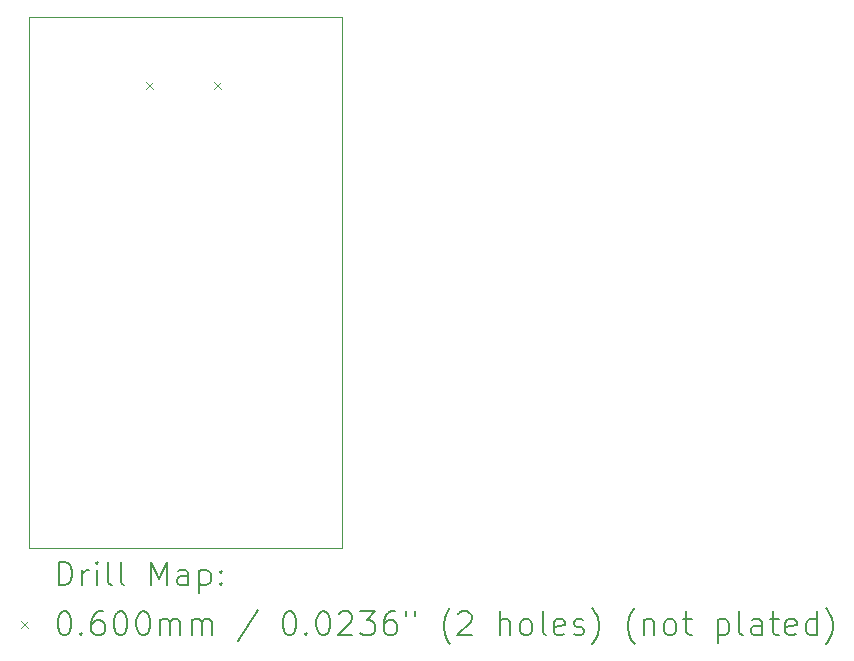
<source format=gbr>
%TF.GenerationSoftware,KiCad,Pcbnew,8.0.1*%
%TF.CreationDate,2024-04-26T14:46:44-05:00*%
%TF.ProjectId,Final Projeco,46696e61-6c20-4507-926f-6a65636f2e6b,rev?*%
%TF.SameCoordinates,Original*%
%TF.FileFunction,Drillmap*%
%TF.FilePolarity,Positive*%
%FSLAX45Y45*%
G04 Gerber Fmt 4.5, Leading zero omitted, Abs format (unit mm)*
G04 Created by KiCad (PCBNEW 8.0.1) date 2024-04-26 14:46:44*
%MOMM*%
%LPD*%
G01*
G04 APERTURE LIST*
%ADD10C,0.100000*%
%ADD11C,0.200000*%
G04 APERTURE END LIST*
D10*
X2500000Y-1550000D02*
X5150000Y-1550000D01*
X5150000Y-6050000D01*
X2500000Y-6050000D01*
X2500000Y-1550000D01*
D11*
D10*
X3490988Y-2100526D02*
X3550988Y-2160526D01*
X3550988Y-2100526D02*
X3490988Y-2160526D01*
X4068992Y-2100500D02*
X4128992Y-2160500D01*
X4128992Y-2100500D02*
X4068992Y-2160500D01*
D11*
X2755777Y-6366484D02*
X2755777Y-6166484D01*
X2755777Y-6166484D02*
X2803396Y-6166484D01*
X2803396Y-6166484D02*
X2831967Y-6176008D01*
X2831967Y-6176008D02*
X2851015Y-6195055D01*
X2851015Y-6195055D02*
X2860539Y-6214103D01*
X2860539Y-6214103D02*
X2870062Y-6252198D01*
X2870062Y-6252198D02*
X2870062Y-6280769D01*
X2870062Y-6280769D02*
X2860539Y-6318865D01*
X2860539Y-6318865D02*
X2851015Y-6337912D01*
X2851015Y-6337912D02*
X2831967Y-6356960D01*
X2831967Y-6356960D02*
X2803396Y-6366484D01*
X2803396Y-6366484D02*
X2755777Y-6366484D01*
X2955777Y-6366484D02*
X2955777Y-6233150D01*
X2955777Y-6271246D02*
X2965301Y-6252198D01*
X2965301Y-6252198D02*
X2974824Y-6242674D01*
X2974824Y-6242674D02*
X2993872Y-6233150D01*
X2993872Y-6233150D02*
X3012920Y-6233150D01*
X3079586Y-6366484D02*
X3079586Y-6233150D01*
X3079586Y-6166484D02*
X3070062Y-6176008D01*
X3070062Y-6176008D02*
X3079586Y-6185531D01*
X3079586Y-6185531D02*
X3089110Y-6176008D01*
X3089110Y-6176008D02*
X3079586Y-6166484D01*
X3079586Y-6166484D02*
X3079586Y-6185531D01*
X3203396Y-6366484D02*
X3184348Y-6356960D01*
X3184348Y-6356960D02*
X3174824Y-6337912D01*
X3174824Y-6337912D02*
X3174824Y-6166484D01*
X3308158Y-6366484D02*
X3289110Y-6356960D01*
X3289110Y-6356960D02*
X3279586Y-6337912D01*
X3279586Y-6337912D02*
X3279586Y-6166484D01*
X3536729Y-6366484D02*
X3536729Y-6166484D01*
X3536729Y-6166484D02*
X3603396Y-6309341D01*
X3603396Y-6309341D02*
X3670062Y-6166484D01*
X3670062Y-6166484D02*
X3670062Y-6366484D01*
X3851015Y-6366484D02*
X3851015Y-6261722D01*
X3851015Y-6261722D02*
X3841491Y-6242674D01*
X3841491Y-6242674D02*
X3822443Y-6233150D01*
X3822443Y-6233150D02*
X3784348Y-6233150D01*
X3784348Y-6233150D02*
X3765301Y-6242674D01*
X3851015Y-6356960D02*
X3831967Y-6366484D01*
X3831967Y-6366484D02*
X3784348Y-6366484D01*
X3784348Y-6366484D02*
X3765301Y-6356960D01*
X3765301Y-6356960D02*
X3755777Y-6337912D01*
X3755777Y-6337912D02*
X3755777Y-6318865D01*
X3755777Y-6318865D02*
X3765301Y-6299817D01*
X3765301Y-6299817D02*
X3784348Y-6290293D01*
X3784348Y-6290293D02*
X3831967Y-6290293D01*
X3831967Y-6290293D02*
X3851015Y-6280769D01*
X3946253Y-6233150D02*
X3946253Y-6433150D01*
X3946253Y-6242674D02*
X3965301Y-6233150D01*
X3965301Y-6233150D02*
X4003396Y-6233150D01*
X4003396Y-6233150D02*
X4022443Y-6242674D01*
X4022443Y-6242674D02*
X4031967Y-6252198D01*
X4031967Y-6252198D02*
X4041491Y-6271246D01*
X4041491Y-6271246D02*
X4041491Y-6328388D01*
X4041491Y-6328388D02*
X4031967Y-6347436D01*
X4031967Y-6347436D02*
X4022443Y-6356960D01*
X4022443Y-6356960D02*
X4003396Y-6366484D01*
X4003396Y-6366484D02*
X3965301Y-6366484D01*
X3965301Y-6366484D02*
X3946253Y-6356960D01*
X4127205Y-6347436D02*
X4136729Y-6356960D01*
X4136729Y-6356960D02*
X4127205Y-6366484D01*
X4127205Y-6366484D02*
X4117682Y-6356960D01*
X4117682Y-6356960D02*
X4127205Y-6347436D01*
X4127205Y-6347436D02*
X4127205Y-6366484D01*
X4127205Y-6242674D02*
X4136729Y-6252198D01*
X4136729Y-6252198D02*
X4127205Y-6261722D01*
X4127205Y-6261722D02*
X4117682Y-6252198D01*
X4117682Y-6252198D02*
X4127205Y-6242674D01*
X4127205Y-6242674D02*
X4127205Y-6261722D01*
D10*
X2435000Y-6665000D02*
X2495000Y-6725000D01*
X2495000Y-6665000D02*
X2435000Y-6725000D01*
D11*
X2793872Y-6586484D02*
X2812920Y-6586484D01*
X2812920Y-6586484D02*
X2831967Y-6596008D01*
X2831967Y-6596008D02*
X2841491Y-6605531D01*
X2841491Y-6605531D02*
X2851015Y-6624579D01*
X2851015Y-6624579D02*
X2860539Y-6662674D01*
X2860539Y-6662674D02*
X2860539Y-6710293D01*
X2860539Y-6710293D02*
X2851015Y-6748388D01*
X2851015Y-6748388D02*
X2841491Y-6767436D01*
X2841491Y-6767436D02*
X2831967Y-6776960D01*
X2831967Y-6776960D02*
X2812920Y-6786484D01*
X2812920Y-6786484D02*
X2793872Y-6786484D01*
X2793872Y-6786484D02*
X2774824Y-6776960D01*
X2774824Y-6776960D02*
X2765301Y-6767436D01*
X2765301Y-6767436D02*
X2755777Y-6748388D01*
X2755777Y-6748388D02*
X2746253Y-6710293D01*
X2746253Y-6710293D02*
X2746253Y-6662674D01*
X2746253Y-6662674D02*
X2755777Y-6624579D01*
X2755777Y-6624579D02*
X2765301Y-6605531D01*
X2765301Y-6605531D02*
X2774824Y-6596008D01*
X2774824Y-6596008D02*
X2793872Y-6586484D01*
X2946253Y-6767436D02*
X2955777Y-6776960D01*
X2955777Y-6776960D02*
X2946253Y-6786484D01*
X2946253Y-6786484D02*
X2936729Y-6776960D01*
X2936729Y-6776960D02*
X2946253Y-6767436D01*
X2946253Y-6767436D02*
X2946253Y-6786484D01*
X3127205Y-6586484D02*
X3089110Y-6586484D01*
X3089110Y-6586484D02*
X3070062Y-6596008D01*
X3070062Y-6596008D02*
X3060539Y-6605531D01*
X3060539Y-6605531D02*
X3041491Y-6634103D01*
X3041491Y-6634103D02*
X3031967Y-6672198D01*
X3031967Y-6672198D02*
X3031967Y-6748388D01*
X3031967Y-6748388D02*
X3041491Y-6767436D01*
X3041491Y-6767436D02*
X3051015Y-6776960D01*
X3051015Y-6776960D02*
X3070062Y-6786484D01*
X3070062Y-6786484D02*
X3108158Y-6786484D01*
X3108158Y-6786484D02*
X3127205Y-6776960D01*
X3127205Y-6776960D02*
X3136729Y-6767436D01*
X3136729Y-6767436D02*
X3146253Y-6748388D01*
X3146253Y-6748388D02*
X3146253Y-6700769D01*
X3146253Y-6700769D02*
X3136729Y-6681722D01*
X3136729Y-6681722D02*
X3127205Y-6672198D01*
X3127205Y-6672198D02*
X3108158Y-6662674D01*
X3108158Y-6662674D02*
X3070062Y-6662674D01*
X3070062Y-6662674D02*
X3051015Y-6672198D01*
X3051015Y-6672198D02*
X3041491Y-6681722D01*
X3041491Y-6681722D02*
X3031967Y-6700769D01*
X3270062Y-6586484D02*
X3289110Y-6586484D01*
X3289110Y-6586484D02*
X3308158Y-6596008D01*
X3308158Y-6596008D02*
X3317682Y-6605531D01*
X3317682Y-6605531D02*
X3327205Y-6624579D01*
X3327205Y-6624579D02*
X3336729Y-6662674D01*
X3336729Y-6662674D02*
X3336729Y-6710293D01*
X3336729Y-6710293D02*
X3327205Y-6748388D01*
X3327205Y-6748388D02*
X3317682Y-6767436D01*
X3317682Y-6767436D02*
X3308158Y-6776960D01*
X3308158Y-6776960D02*
X3289110Y-6786484D01*
X3289110Y-6786484D02*
X3270062Y-6786484D01*
X3270062Y-6786484D02*
X3251015Y-6776960D01*
X3251015Y-6776960D02*
X3241491Y-6767436D01*
X3241491Y-6767436D02*
X3231967Y-6748388D01*
X3231967Y-6748388D02*
X3222443Y-6710293D01*
X3222443Y-6710293D02*
X3222443Y-6662674D01*
X3222443Y-6662674D02*
X3231967Y-6624579D01*
X3231967Y-6624579D02*
X3241491Y-6605531D01*
X3241491Y-6605531D02*
X3251015Y-6596008D01*
X3251015Y-6596008D02*
X3270062Y-6586484D01*
X3460539Y-6586484D02*
X3479586Y-6586484D01*
X3479586Y-6586484D02*
X3498634Y-6596008D01*
X3498634Y-6596008D02*
X3508158Y-6605531D01*
X3508158Y-6605531D02*
X3517682Y-6624579D01*
X3517682Y-6624579D02*
X3527205Y-6662674D01*
X3527205Y-6662674D02*
X3527205Y-6710293D01*
X3527205Y-6710293D02*
X3517682Y-6748388D01*
X3517682Y-6748388D02*
X3508158Y-6767436D01*
X3508158Y-6767436D02*
X3498634Y-6776960D01*
X3498634Y-6776960D02*
X3479586Y-6786484D01*
X3479586Y-6786484D02*
X3460539Y-6786484D01*
X3460539Y-6786484D02*
X3441491Y-6776960D01*
X3441491Y-6776960D02*
X3431967Y-6767436D01*
X3431967Y-6767436D02*
X3422443Y-6748388D01*
X3422443Y-6748388D02*
X3412920Y-6710293D01*
X3412920Y-6710293D02*
X3412920Y-6662674D01*
X3412920Y-6662674D02*
X3422443Y-6624579D01*
X3422443Y-6624579D02*
X3431967Y-6605531D01*
X3431967Y-6605531D02*
X3441491Y-6596008D01*
X3441491Y-6596008D02*
X3460539Y-6586484D01*
X3612920Y-6786484D02*
X3612920Y-6653150D01*
X3612920Y-6672198D02*
X3622443Y-6662674D01*
X3622443Y-6662674D02*
X3641491Y-6653150D01*
X3641491Y-6653150D02*
X3670063Y-6653150D01*
X3670063Y-6653150D02*
X3689110Y-6662674D01*
X3689110Y-6662674D02*
X3698634Y-6681722D01*
X3698634Y-6681722D02*
X3698634Y-6786484D01*
X3698634Y-6681722D02*
X3708158Y-6662674D01*
X3708158Y-6662674D02*
X3727205Y-6653150D01*
X3727205Y-6653150D02*
X3755777Y-6653150D01*
X3755777Y-6653150D02*
X3774824Y-6662674D01*
X3774824Y-6662674D02*
X3784348Y-6681722D01*
X3784348Y-6681722D02*
X3784348Y-6786484D01*
X3879586Y-6786484D02*
X3879586Y-6653150D01*
X3879586Y-6672198D02*
X3889110Y-6662674D01*
X3889110Y-6662674D02*
X3908158Y-6653150D01*
X3908158Y-6653150D02*
X3936729Y-6653150D01*
X3936729Y-6653150D02*
X3955777Y-6662674D01*
X3955777Y-6662674D02*
X3965301Y-6681722D01*
X3965301Y-6681722D02*
X3965301Y-6786484D01*
X3965301Y-6681722D02*
X3974824Y-6662674D01*
X3974824Y-6662674D02*
X3993872Y-6653150D01*
X3993872Y-6653150D02*
X4022443Y-6653150D01*
X4022443Y-6653150D02*
X4041491Y-6662674D01*
X4041491Y-6662674D02*
X4051015Y-6681722D01*
X4051015Y-6681722D02*
X4051015Y-6786484D01*
X4441491Y-6576960D02*
X4270063Y-6834103D01*
X4698634Y-6586484D02*
X4717682Y-6586484D01*
X4717682Y-6586484D02*
X4736729Y-6596008D01*
X4736729Y-6596008D02*
X4746253Y-6605531D01*
X4746253Y-6605531D02*
X4755777Y-6624579D01*
X4755777Y-6624579D02*
X4765301Y-6662674D01*
X4765301Y-6662674D02*
X4765301Y-6710293D01*
X4765301Y-6710293D02*
X4755777Y-6748388D01*
X4755777Y-6748388D02*
X4746253Y-6767436D01*
X4746253Y-6767436D02*
X4736729Y-6776960D01*
X4736729Y-6776960D02*
X4717682Y-6786484D01*
X4717682Y-6786484D02*
X4698634Y-6786484D01*
X4698634Y-6786484D02*
X4679587Y-6776960D01*
X4679587Y-6776960D02*
X4670063Y-6767436D01*
X4670063Y-6767436D02*
X4660539Y-6748388D01*
X4660539Y-6748388D02*
X4651015Y-6710293D01*
X4651015Y-6710293D02*
X4651015Y-6662674D01*
X4651015Y-6662674D02*
X4660539Y-6624579D01*
X4660539Y-6624579D02*
X4670063Y-6605531D01*
X4670063Y-6605531D02*
X4679587Y-6596008D01*
X4679587Y-6596008D02*
X4698634Y-6586484D01*
X4851015Y-6767436D02*
X4860539Y-6776960D01*
X4860539Y-6776960D02*
X4851015Y-6786484D01*
X4851015Y-6786484D02*
X4841491Y-6776960D01*
X4841491Y-6776960D02*
X4851015Y-6767436D01*
X4851015Y-6767436D02*
X4851015Y-6786484D01*
X4984348Y-6586484D02*
X5003396Y-6586484D01*
X5003396Y-6586484D02*
X5022444Y-6596008D01*
X5022444Y-6596008D02*
X5031968Y-6605531D01*
X5031968Y-6605531D02*
X5041491Y-6624579D01*
X5041491Y-6624579D02*
X5051015Y-6662674D01*
X5051015Y-6662674D02*
X5051015Y-6710293D01*
X5051015Y-6710293D02*
X5041491Y-6748388D01*
X5041491Y-6748388D02*
X5031968Y-6767436D01*
X5031968Y-6767436D02*
X5022444Y-6776960D01*
X5022444Y-6776960D02*
X5003396Y-6786484D01*
X5003396Y-6786484D02*
X4984348Y-6786484D01*
X4984348Y-6786484D02*
X4965301Y-6776960D01*
X4965301Y-6776960D02*
X4955777Y-6767436D01*
X4955777Y-6767436D02*
X4946253Y-6748388D01*
X4946253Y-6748388D02*
X4936729Y-6710293D01*
X4936729Y-6710293D02*
X4936729Y-6662674D01*
X4936729Y-6662674D02*
X4946253Y-6624579D01*
X4946253Y-6624579D02*
X4955777Y-6605531D01*
X4955777Y-6605531D02*
X4965301Y-6596008D01*
X4965301Y-6596008D02*
X4984348Y-6586484D01*
X5127206Y-6605531D02*
X5136729Y-6596008D01*
X5136729Y-6596008D02*
X5155777Y-6586484D01*
X5155777Y-6586484D02*
X5203396Y-6586484D01*
X5203396Y-6586484D02*
X5222444Y-6596008D01*
X5222444Y-6596008D02*
X5231968Y-6605531D01*
X5231968Y-6605531D02*
X5241491Y-6624579D01*
X5241491Y-6624579D02*
X5241491Y-6643627D01*
X5241491Y-6643627D02*
X5231968Y-6672198D01*
X5231968Y-6672198D02*
X5117682Y-6786484D01*
X5117682Y-6786484D02*
X5241491Y-6786484D01*
X5308158Y-6586484D02*
X5431968Y-6586484D01*
X5431968Y-6586484D02*
X5365301Y-6662674D01*
X5365301Y-6662674D02*
X5393872Y-6662674D01*
X5393872Y-6662674D02*
X5412920Y-6672198D01*
X5412920Y-6672198D02*
X5422444Y-6681722D01*
X5422444Y-6681722D02*
X5431968Y-6700769D01*
X5431968Y-6700769D02*
X5431968Y-6748388D01*
X5431968Y-6748388D02*
X5422444Y-6767436D01*
X5422444Y-6767436D02*
X5412920Y-6776960D01*
X5412920Y-6776960D02*
X5393872Y-6786484D01*
X5393872Y-6786484D02*
X5336729Y-6786484D01*
X5336729Y-6786484D02*
X5317682Y-6776960D01*
X5317682Y-6776960D02*
X5308158Y-6767436D01*
X5603396Y-6586484D02*
X5565301Y-6586484D01*
X5565301Y-6586484D02*
X5546253Y-6596008D01*
X5546253Y-6596008D02*
X5536729Y-6605531D01*
X5536729Y-6605531D02*
X5517682Y-6634103D01*
X5517682Y-6634103D02*
X5508158Y-6672198D01*
X5508158Y-6672198D02*
X5508158Y-6748388D01*
X5508158Y-6748388D02*
X5517682Y-6767436D01*
X5517682Y-6767436D02*
X5527206Y-6776960D01*
X5527206Y-6776960D02*
X5546253Y-6786484D01*
X5546253Y-6786484D02*
X5584349Y-6786484D01*
X5584349Y-6786484D02*
X5603396Y-6776960D01*
X5603396Y-6776960D02*
X5612920Y-6767436D01*
X5612920Y-6767436D02*
X5622444Y-6748388D01*
X5622444Y-6748388D02*
X5622444Y-6700769D01*
X5622444Y-6700769D02*
X5612920Y-6681722D01*
X5612920Y-6681722D02*
X5603396Y-6672198D01*
X5603396Y-6672198D02*
X5584349Y-6662674D01*
X5584349Y-6662674D02*
X5546253Y-6662674D01*
X5546253Y-6662674D02*
X5527206Y-6672198D01*
X5527206Y-6672198D02*
X5517682Y-6681722D01*
X5517682Y-6681722D02*
X5508158Y-6700769D01*
X5698634Y-6586484D02*
X5698634Y-6624579D01*
X5774825Y-6586484D02*
X5774825Y-6624579D01*
X6070063Y-6862674D02*
X6060539Y-6853150D01*
X6060539Y-6853150D02*
X6041491Y-6824579D01*
X6041491Y-6824579D02*
X6031968Y-6805531D01*
X6031968Y-6805531D02*
X6022444Y-6776960D01*
X6022444Y-6776960D02*
X6012920Y-6729341D01*
X6012920Y-6729341D02*
X6012920Y-6691246D01*
X6012920Y-6691246D02*
X6022444Y-6643627D01*
X6022444Y-6643627D02*
X6031968Y-6615055D01*
X6031968Y-6615055D02*
X6041491Y-6596008D01*
X6041491Y-6596008D02*
X6060539Y-6567436D01*
X6060539Y-6567436D02*
X6070063Y-6557912D01*
X6136729Y-6605531D02*
X6146253Y-6596008D01*
X6146253Y-6596008D02*
X6165301Y-6586484D01*
X6165301Y-6586484D02*
X6212920Y-6586484D01*
X6212920Y-6586484D02*
X6231968Y-6596008D01*
X6231968Y-6596008D02*
X6241491Y-6605531D01*
X6241491Y-6605531D02*
X6251015Y-6624579D01*
X6251015Y-6624579D02*
X6251015Y-6643627D01*
X6251015Y-6643627D02*
X6241491Y-6672198D01*
X6241491Y-6672198D02*
X6127206Y-6786484D01*
X6127206Y-6786484D02*
X6251015Y-6786484D01*
X6489110Y-6786484D02*
X6489110Y-6586484D01*
X6574825Y-6786484D02*
X6574825Y-6681722D01*
X6574825Y-6681722D02*
X6565301Y-6662674D01*
X6565301Y-6662674D02*
X6546253Y-6653150D01*
X6546253Y-6653150D02*
X6517682Y-6653150D01*
X6517682Y-6653150D02*
X6498634Y-6662674D01*
X6498634Y-6662674D02*
X6489110Y-6672198D01*
X6698634Y-6786484D02*
X6679587Y-6776960D01*
X6679587Y-6776960D02*
X6670063Y-6767436D01*
X6670063Y-6767436D02*
X6660539Y-6748388D01*
X6660539Y-6748388D02*
X6660539Y-6691246D01*
X6660539Y-6691246D02*
X6670063Y-6672198D01*
X6670063Y-6672198D02*
X6679587Y-6662674D01*
X6679587Y-6662674D02*
X6698634Y-6653150D01*
X6698634Y-6653150D02*
X6727206Y-6653150D01*
X6727206Y-6653150D02*
X6746253Y-6662674D01*
X6746253Y-6662674D02*
X6755777Y-6672198D01*
X6755777Y-6672198D02*
X6765301Y-6691246D01*
X6765301Y-6691246D02*
X6765301Y-6748388D01*
X6765301Y-6748388D02*
X6755777Y-6767436D01*
X6755777Y-6767436D02*
X6746253Y-6776960D01*
X6746253Y-6776960D02*
X6727206Y-6786484D01*
X6727206Y-6786484D02*
X6698634Y-6786484D01*
X6879587Y-6786484D02*
X6860539Y-6776960D01*
X6860539Y-6776960D02*
X6851015Y-6757912D01*
X6851015Y-6757912D02*
X6851015Y-6586484D01*
X7031968Y-6776960D02*
X7012920Y-6786484D01*
X7012920Y-6786484D02*
X6974825Y-6786484D01*
X6974825Y-6786484D02*
X6955777Y-6776960D01*
X6955777Y-6776960D02*
X6946253Y-6757912D01*
X6946253Y-6757912D02*
X6946253Y-6681722D01*
X6946253Y-6681722D02*
X6955777Y-6662674D01*
X6955777Y-6662674D02*
X6974825Y-6653150D01*
X6974825Y-6653150D02*
X7012920Y-6653150D01*
X7012920Y-6653150D02*
X7031968Y-6662674D01*
X7031968Y-6662674D02*
X7041491Y-6681722D01*
X7041491Y-6681722D02*
X7041491Y-6700769D01*
X7041491Y-6700769D02*
X6946253Y-6719817D01*
X7117682Y-6776960D02*
X7136730Y-6786484D01*
X7136730Y-6786484D02*
X7174825Y-6786484D01*
X7174825Y-6786484D02*
X7193872Y-6776960D01*
X7193872Y-6776960D02*
X7203396Y-6757912D01*
X7203396Y-6757912D02*
X7203396Y-6748388D01*
X7203396Y-6748388D02*
X7193872Y-6729341D01*
X7193872Y-6729341D02*
X7174825Y-6719817D01*
X7174825Y-6719817D02*
X7146253Y-6719817D01*
X7146253Y-6719817D02*
X7127206Y-6710293D01*
X7127206Y-6710293D02*
X7117682Y-6691246D01*
X7117682Y-6691246D02*
X7117682Y-6681722D01*
X7117682Y-6681722D02*
X7127206Y-6662674D01*
X7127206Y-6662674D02*
X7146253Y-6653150D01*
X7146253Y-6653150D02*
X7174825Y-6653150D01*
X7174825Y-6653150D02*
X7193872Y-6662674D01*
X7270063Y-6862674D02*
X7279587Y-6853150D01*
X7279587Y-6853150D02*
X7298634Y-6824579D01*
X7298634Y-6824579D02*
X7308158Y-6805531D01*
X7308158Y-6805531D02*
X7317682Y-6776960D01*
X7317682Y-6776960D02*
X7327206Y-6729341D01*
X7327206Y-6729341D02*
X7327206Y-6691246D01*
X7327206Y-6691246D02*
X7317682Y-6643627D01*
X7317682Y-6643627D02*
X7308158Y-6615055D01*
X7308158Y-6615055D02*
X7298634Y-6596008D01*
X7298634Y-6596008D02*
X7279587Y-6567436D01*
X7279587Y-6567436D02*
X7270063Y-6557912D01*
X7631968Y-6862674D02*
X7622444Y-6853150D01*
X7622444Y-6853150D02*
X7603396Y-6824579D01*
X7603396Y-6824579D02*
X7593872Y-6805531D01*
X7593872Y-6805531D02*
X7584349Y-6776960D01*
X7584349Y-6776960D02*
X7574825Y-6729341D01*
X7574825Y-6729341D02*
X7574825Y-6691246D01*
X7574825Y-6691246D02*
X7584349Y-6643627D01*
X7584349Y-6643627D02*
X7593872Y-6615055D01*
X7593872Y-6615055D02*
X7603396Y-6596008D01*
X7603396Y-6596008D02*
X7622444Y-6567436D01*
X7622444Y-6567436D02*
X7631968Y-6557912D01*
X7708158Y-6653150D02*
X7708158Y-6786484D01*
X7708158Y-6672198D02*
X7717682Y-6662674D01*
X7717682Y-6662674D02*
X7736730Y-6653150D01*
X7736730Y-6653150D02*
X7765301Y-6653150D01*
X7765301Y-6653150D02*
X7784349Y-6662674D01*
X7784349Y-6662674D02*
X7793872Y-6681722D01*
X7793872Y-6681722D02*
X7793872Y-6786484D01*
X7917682Y-6786484D02*
X7898634Y-6776960D01*
X7898634Y-6776960D02*
X7889111Y-6767436D01*
X7889111Y-6767436D02*
X7879587Y-6748388D01*
X7879587Y-6748388D02*
X7879587Y-6691246D01*
X7879587Y-6691246D02*
X7889111Y-6672198D01*
X7889111Y-6672198D02*
X7898634Y-6662674D01*
X7898634Y-6662674D02*
X7917682Y-6653150D01*
X7917682Y-6653150D02*
X7946253Y-6653150D01*
X7946253Y-6653150D02*
X7965301Y-6662674D01*
X7965301Y-6662674D02*
X7974825Y-6672198D01*
X7974825Y-6672198D02*
X7984349Y-6691246D01*
X7984349Y-6691246D02*
X7984349Y-6748388D01*
X7984349Y-6748388D02*
X7974825Y-6767436D01*
X7974825Y-6767436D02*
X7965301Y-6776960D01*
X7965301Y-6776960D02*
X7946253Y-6786484D01*
X7946253Y-6786484D02*
X7917682Y-6786484D01*
X8041492Y-6653150D02*
X8117682Y-6653150D01*
X8070063Y-6586484D02*
X8070063Y-6757912D01*
X8070063Y-6757912D02*
X8079587Y-6776960D01*
X8079587Y-6776960D02*
X8098634Y-6786484D01*
X8098634Y-6786484D02*
X8117682Y-6786484D01*
X8336730Y-6653150D02*
X8336730Y-6853150D01*
X8336730Y-6662674D02*
X8355777Y-6653150D01*
X8355777Y-6653150D02*
X8393873Y-6653150D01*
X8393873Y-6653150D02*
X8412920Y-6662674D01*
X8412920Y-6662674D02*
X8422444Y-6672198D01*
X8422444Y-6672198D02*
X8431968Y-6691246D01*
X8431968Y-6691246D02*
X8431968Y-6748388D01*
X8431968Y-6748388D02*
X8422444Y-6767436D01*
X8422444Y-6767436D02*
X8412920Y-6776960D01*
X8412920Y-6776960D02*
X8393873Y-6786484D01*
X8393873Y-6786484D02*
X8355777Y-6786484D01*
X8355777Y-6786484D02*
X8336730Y-6776960D01*
X8546254Y-6786484D02*
X8527206Y-6776960D01*
X8527206Y-6776960D02*
X8517682Y-6757912D01*
X8517682Y-6757912D02*
X8517682Y-6586484D01*
X8708158Y-6786484D02*
X8708158Y-6681722D01*
X8708158Y-6681722D02*
X8698635Y-6662674D01*
X8698635Y-6662674D02*
X8679587Y-6653150D01*
X8679587Y-6653150D02*
X8641492Y-6653150D01*
X8641492Y-6653150D02*
X8622444Y-6662674D01*
X8708158Y-6776960D02*
X8689111Y-6786484D01*
X8689111Y-6786484D02*
X8641492Y-6786484D01*
X8641492Y-6786484D02*
X8622444Y-6776960D01*
X8622444Y-6776960D02*
X8612920Y-6757912D01*
X8612920Y-6757912D02*
X8612920Y-6738865D01*
X8612920Y-6738865D02*
X8622444Y-6719817D01*
X8622444Y-6719817D02*
X8641492Y-6710293D01*
X8641492Y-6710293D02*
X8689111Y-6710293D01*
X8689111Y-6710293D02*
X8708158Y-6700769D01*
X8774825Y-6653150D02*
X8851015Y-6653150D01*
X8803396Y-6586484D02*
X8803396Y-6757912D01*
X8803396Y-6757912D02*
X8812920Y-6776960D01*
X8812920Y-6776960D02*
X8831968Y-6786484D01*
X8831968Y-6786484D02*
X8851015Y-6786484D01*
X8993873Y-6776960D02*
X8974825Y-6786484D01*
X8974825Y-6786484D02*
X8936730Y-6786484D01*
X8936730Y-6786484D02*
X8917682Y-6776960D01*
X8917682Y-6776960D02*
X8908158Y-6757912D01*
X8908158Y-6757912D02*
X8908158Y-6681722D01*
X8908158Y-6681722D02*
X8917682Y-6662674D01*
X8917682Y-6662674D02*
X8936730Y-6653150D01*
X8936730Y-6653150D02*
X8974825Y-6653150D01*
X8974825Y-6653150D02*
X8993873Y-6662674D01*
X8993873Y-6662674D02*
X9003396Y-6681722D01*
X9003396Y-6681722D02*
X9003396Y-6700769D01*
X9003396Y-6700769D02*
X8908158Y-6719817D01*
X9174825Y-6786484D02*
X9174825Y-6586484D01*
X9174825Y-6776960D02*
X9155777Y-6786484D01*
X9155777Y-6786484D02*
X9117682Y-6786484D01*
X9117682Y-6786484D02*
X9098635Y-6776960D01*
X9098635Y-6776960D02*
X9089111Y-6767436D01*
X9089111Y-6767436D02*
X9079587Y-6748388D01*
X9079587Y-6748388D02*
X9079587Y-6691246D01*
X9079587Y-6691246D02*
X9089111Y-6672198D01*
X9089111Y-6672198D02*
X9098635Y-6662674D01*
X9098635Y-6662674D02*
X9117682Y-6653150D01*
X9117682Y-6653150D02*
X9155777Y-6653150D01*
X9155777Y-6653150D02*
X9174825Y-6662674D01*
X9251016Y-6862674D02*
X9260539Y-6853150D01*
X9260539Y-6853150D02*
X9279587Y-6824579D01*
X9279587Y-6824579D02*
X9289111Y-6805531D01*
X9289111Y-6805531D02*
X9298635Y-6776960D01*
X9298635Y-6776960D02*
X9308158Y-6729341D01*
X9308158Y-6729341D02*
X9308158Y-6691246D01*
X9308158Y-6691246D02*
X9298635Y-6643627D01*
X9298635Y-6643627D02*
X9289111Y-6615055D01*
X9289111Y-6615055D02*
X9279587Y-6596008D01*
X9279587Y-6596008D02*
X9260539Y-6567436D01*
X9260539Y-6567436D02*
X9251016Y-6557912D01*
M02*

</source>
